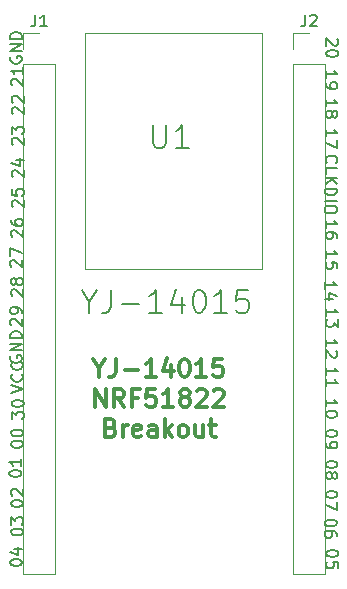
<source format=gto>
G04 #@! TF.FileFunction,Legend,Top*
%FSLAX46Y46*%
G04 Gerber Fmt 4.6, Leading zero omitted, Abs format (unit mm)*
G04 Created by KiCad (PCBNEW 4.0.7-e2-6376~60~ubuntu17.10.1) date Sun Mar  4 19:18:17 2018*
%MOMM*%
%LPD*%
G01*
G04 APERTURE LIST*
%ADD10C,0.100000*%
%ADD11C,0.300000*%
%ADD12C,0.200000*%
%ADD13C,0.120000*%
%ADD14C,0.152400*%
%ADD15C,0.150000*%
G04 APERTURE END LIST*
D10*
D11*
X142248644Y-113428786D02*
X142248644Y-114143071D01*
X141748644Y-112643071D02*
X142248644Y-113428786D01*
X142748644Y-112643071D01*
X143677215Y-112643071D02*
X143677215Y-113714500D01*
X143605787Y-113928786D01*
X143462930Y-114071643D01*
X143248644Y-114143071D01*
X143105787Y-114143071D01*
X144391501Y-113571643D02*
X145534358Y-113571643D01*
X147034358Y-114143071D02*
X146177215Y-114143071D01*
X146605787Y-114143071D02*
X146605787Y-112643071D01*
X146462930Y-112857357D01*
X146320072Y-113000214D01*
X146177215Y-113071643D01*
X148320072Y-113143071D02*
X148320072Y-114143071D01*
X147962929Y-112571643D02*
X147605786Y-113643071D01*
X148534358Y-113643071D01*
X149391500Y-112643071D02*
X149534357Y-112643071D01*
X149677214Y-112714500D01*
X149748643Y-112785929D01*
X149820072Y-112928786D01*
X149891500Y-113214500D01*
X149891500Y-113571643D01*
X149820072Y-113857357D01*
X149748643Y-114000214D01*
X149677214Y-114071643D01*
X149534357Y-114143071D01*
X149391500Y-114143071D01*
X149248643Y-114071643D01*
X149177214Y-114000214D01*
X149105786Y-113857357D01*
X149034357Y-113571643D01*
X149034357Y-113214500D01*
X149105786Y-112928786D01*
X149177214Y-112785929D01*
X149248643Y-112714500D01*
X149391500Y-112643071D01*
X151320071Y-114143071D02*
X150462928Y-114143071D01*
X150891500Y-114143071D02*
X150891500Y-112643071D01*
X150748643Y-112857357D01*
X150605785Y-113000214D01*
X150462928Y-113071643D01*
X152677214Y-112643071D02*
X151962928Y-112643071D01*
X151891499Y-113357357D01*
X151962928Y-113285929D01*
X152105785Y-113214500D01*
X152462928Y-113214500D01*
X152605785Y-113285929D01*
X152677214Y-113357357D01*
X152748642Y-113500214D01*
X152748642Y-113857357D01*
X152677214Y-114000214D01*
X152605785Y-114071643D01*
X152462928Y-114143071D01*
X152105785Y-114143071D01*
X151962928Y-114071643D01*
X151891499Y-114000214D01*
X141927216Y-116693071D02*
X141927216Y-115193071D01*
X142784359Y-116693071D01*
X142784359Y-115193071D01*
X144355788Y-116693071D02*
X143855788Y-115978786D01*
X143498645Y-116693071D02*
X143498645Y-115193071D01*
X144070073Y-115193071D01*
X144212931Y-115264500D01*
X144284359Y-115335929D01*
X144355788Y-115478786D01*
X144355788Y-115693071D01*
X144284359Y-115835929D01*
X144212931Y-115907357D01*
X144070073Y-115978786D01*
X143498645Y-115978786D01*
X145498645Y-115907357D02*
X144998645Y-115907357D01*
X144998645Y-116693071D02*
X144998645Y-115193071D01*
X145712931Y-115193071D01*
X146998645Y-115193071D02*
X146284359Y-115193071D01*
X146212930Y-115907357D01*
X146284359Y-115835929D01*
X146427216Y-115764500D01*
X146784359Y-115764500D01*
X146927216Y-115835929D01*
X146998645Y-115907357D01*
X147070073Y-116050214D01*
X147070073Y-116407357D01*
X146998645Y-116550214D01*
X146927216Y-116621643D01*
X146784359Y-116693071D01*
X146427216Y-116693071D01*
X146284359Y-116621643D01*
X146212930Y-116550214D01*
X148498644Y-116693071D02*
X147641501Y-116693071D01*
X148070073Y-116693071D02*
X148070073Y-115193071D01*
X147927216Y-115407357D01*
X147784358Y-115550214D01*
X147641501Y-115621643D01*
X149355787Y-115835929D02*
X149212929Y-115764500D01*
X149141501Y-115693071D01*
X149070072Y-115550214D01*
X149070072Y-115478786D01*
X149141501Y-115335929D01*
X149212929Y-115264500D01*
X149355787Y-115193071D01*
X149641501Y-115193071D01*
X149784358Y-115264500D01*
X149855787Y-115335929D01*
X149927215Y-115478786D01*
X149927215Y-115550214D01*
X149855787Y-115693071D01*
X149784358Y-115764500D01*
X149641501Y-115835929D01*
X149355787Y-115835929D01*
X149212929Y-115907357D01*
X149141501Y-115978786D01*
X149070072Y-116121643D01*
X149070072Y-116407357D01*
X149141501Y-116550214D01*
X149212929Y-116621643D01*
X149355787Y-116693071D01*
X149641501Y-116693071D01*
X149784358Y-116621643D01*
X149855787Y-116550214D01*
X149927215Y-116407357D01*
X149927215Y-116121643D01*
X149855787Y-115978786D01*
X149784358Y-115907357D01*
X149641501Y-115835929D01*
X150498643Y-115335929D02*
X150570072Y-115264500D01*
X150712929Y-115193071D01*
X151070072Y-115193071D01*
X151212929Y-115264500D01*
X151284358Y-115335929D01*
X151355786Y-115478786D01*
X151355786Y-115621643D01*
X151284358Y-115835929D01*
X150427215Y-116693071D01*
X151355786Y-116693071D01*
X151927214Y-115335929D02*
X151998643Y-115264500D01*
X152141500Y-115193071D01*
X152498643Y-115193071D01*
X152641500Y-115264500D01*
X152712929Y-115335929D01*
X152784357Y-115478786D01*
X152784357Y-115621643D01*
X152712929Y-115835929D01*
X151855786Y-116693071D01*
X152784357Y-116693071D01*
X143248643Y-118457357D02*
X143462929Y-118528786D01*
X143534357Y-118600214D01*
X143605786Y-118743071D01*
X143605786Y-118957357D01*
X143534357Y-119100214D01*
X143462929Y-119171643D01*
X143320071Y-119243071D01*
X142748643Y-119243071D01*
X142748643Y-117743071D01*
X143248643Y-117743071D01*
X143391500Y-117814500D01*
X143462929Y-117885929D01*
X143534357Y-118028786D01*
X143534357Y-118171643D01*
X143462929Y-118314500D01*
X143391500Y-118385929D01*
X143248643Y-118457357D01*
X142748643Y-118457357D01*
X144248643Y-119243071D02*
X144248643Y-118243071D01*
X144248643Y-118528786D02*
X144320071Y-118385929D01*
X144391500Y-118314500D01*
X144534357Y-118243071D01*
X144677214Y-118243071D01*
X145748642Y-119171643D02*
X145605785Y-119243071D01*
X145320071Y-119243071D01*
X145177214Y-119171643D01*
X145105785Y-119028786D01*
X145105785Y-118457357D01*
X145177214Y-118314500D01*
X145320071Y-118243071D01*
X145605785Y-118243071D01*
X145748642Y-118314500D01*
X145820071Y-118457357D01*
X145820071Y-118600214D01*
X145105785Y-118743071D01*
X147105785Y-119243071D02*
X147105785Y-118457357D01*
X147034356Y-118314500D01*
X146891499Y-118243071D01*
X146605785Y-118243071D01*
X146462928Y-118314500D01*
X147105785Y-119171643D02*
X146962928Y-119243071D01*
X146605785Y-119243071D01*
X146462928Y-119171643D01*
X146391499Y-119028786D01*
X146391499Y-118885929D01*
X146462928Y-118743071D01*
X146605785Y-118671643D01*
X146962928Y-118671643D01*
X147105785Y-118600214D01*
X147820071Y-119243071D02*
X147820071Y-117743071D01*
X147962928Y-118671643D02*
X148391499Y-119243071D01*
X148391499Y-118243071D02*
X147820071Y-118814500D01*
X149248643Y-119243071D02*
X149105785Y-119171643D01*
X149034357Y-119100214D01*
X148962928Y-118957357D01*
X148962928Y-118528786D01*
X149034357Y-118385929D01*
X149105785Y-118314500D01*
X149248643Y-118243071D01*
X149462928Y-118243071D01*
X149605785Y-118314500D01*
X149677214Y-118385929D01*
X149748643Y-118528786D01*
X149748643Y-118957357D01*
X149677214Y-119100214D01*
X149605785Y-119171643D01*
X149462928Y-119243071D01*
X149248643Y-119243071D01*
X151034357Y-118243071D02*
X151034357Y-119243071D01*
X150391500Y-118243071D02*
X150391500Y-119028786D01*
X150462928Y-119171643D01*
X150605786Y-119243071D01*
X150820071Y-119243071D01*
X150962928Y-119171643D01*
X151034357Y-119100214D01*
X151534357Y-118243071D02*
X152105786Y-118243071D01*
X151748643Y-117743071D02*
X151748643Y-119028786D01*
X151820071Y-119171643D01*
X151962929Y-119243071D01*
X152105786Y-119243071D01*
D12*
X162472619Y-129079690D02*
X162472619Y-129174929D01*
X162425000Y-129270167D01*
X162377381Y-129317786D01*
X162282143Y-129365405D01*
X162091667Y-129413024D01*
X161853571Y-129413024D01*
X161663095Y-129365405D01*
X161567857Y-129317786D01*
X161520238Y-129270167D01*
X161472619Y-129174929D01*
X161472619Y-129079690D01*
X161520238Y-128984452D01*
X161567857Y-128936833D01*
X161663095Y-128889214D01*
X161853571Y-128841595D01*
X162091667Y-128841595D01*
X162282143Y-128889214D01*
X162377381Y-128936833D01*
X162425000Y-128984452D01*
X162472619Y-129079690D01*
X162472619Y-130317786D02*
X162472619Y-129841595D01*
X161996429Y-129793976D01*
X162044048Y-129841595D01*
X162091667Y-129936833D01*
X162091667Y-130174929D01*
X162044048Y-130270167D01*
X161996429Y-130317786D01*
X161901190Y-130365405D01*
X161663095Y-130365405D01*
X161567857Y-130317786D01*
X161520238Y-130270167D01*
X161472619Y-130174929D01*
X161472619Y-129936833D01*
X161520238Y-129841595D01*
X161567857Y-129793976D01*
X162345619Y-126476190D02*
X162345619Y-126571429D01*
X162298000Y-126666667D01*
X162250381Y-126714286D01*
X162155143Y-126761905D01*
X161964667Y-126809524D01*
X161726571Y-126809524D01*
X161536095Y-126761905D01*
X161440857Y-126714286D01*
X161393238Y-126666667D01*
X161345619Y-126571429D01*
X161345619Y-126476190D01*
X161393238Y-126380952D01*
X161440857Y-126333333D01*
X161536095Y-126285714D01*
X161726571Y-126238095D01*
X161964667Y-126238095D01*
X162155143Y-126285714D01*
X162250381Y-126333333D01*
X162298000Y-126380952D01*
X162345619Y-126476190D01*
X162345619Y-127666667D02*
X162345619Y-127476190D01*
X162298000Y-127380952D01*
X162250381Y-127333333D01*
X162107524Y-127238095D01*
X161917048Y-127190476D01*
X161536095Y-127190476D01*
X161440857Y-127238095D01*
X161393238Y-127285714D01*
X161345619Y-127380952D01*
X161345619Y-127571429D01*
X161393238Y-127666667D01*
X161440857Y-127714286D01*
X161536095Y-127761905D01*
X161774190Y-127761905D01*
X161869429Y-127714286D01*
X161917048Y-127666667D01*
X161964667Y-127571429D01*
X161964667Y-127380952D01*
X161917048Y-127285714D01*
X161869429Y-127238095D01*
X161774190Y-127190476D01*
X162409119Y-124063190D02*
X162409119Y-124158429D01*
X162361500Y-124253667D01*
X162313881Y-124301286D01*
X162218643Y-124348905D01*
X162028167Y-124396524D01*
X161790071Y-124396524D01*
X161599595Y-124348905D01*
X161504357Y-124301286D01*
X161456738Y-124253667D01*
X161409119Y-124158429D01*
X161409119Y-124063190D01*
X161456738Y-123967952D01*
X161504357Y-123920333D01*
X161599595Y-123872714D01*
X161790071Y-123825095D01*
X162028167Y-123825095D01*
X162218643Y-123872714D01*
X162313881Y-123920333D01*
X162361500Y-123967952D01*
X162409119Y-124063190D01*
X162409119Y-124729857D02*
X162409119Y-125396524D01*
X161409119Y-124967952D01*
X162409119Y-121523190D02*
X162409119Y-121618429D01*
X162361500Y-121713667D01*
X162313881Y-121761286D01*
X162218643Y-121808905D01*
X162028167Y-121856524D01*
X161790071Y-121856524D01*
X161599595Y-121808905D01*
X161504357Y-121761286D01*
X161456738Y-121713667D01*
X161409119Y-121618429D01*
X161409119Y-121523190D01*
X161456738Y-121427952D01*
X161504357Y-121380333D01*
X161599595Y-121332714D01*
X161790071Y-121285095D01*
X162028167Y-121285095D01*
X162218643Y-121332714D01*
X162313881Y-121380333D01*
X162361500Y-121427952D01*
X162409119Y-121523190D01*
X161980548Y-122427952D02*
X162028167Y-122332714D01*
X162075786Y-122285095D01*
X162171024Y-122237476D01*
X162218643Y-122237476D01*
X162313881Y-122285095D01*
X162361500Y-122332714D01*
X162409119Y-122427952D01*
X162409119Y-122618429D01*
X162361500Y-122713667D01*
X162313881Y-122761286D01*
X162218643Y-122808905D01*
X162171024Y-122808905D01*
X162075786Y-122761286D01*
X162028167Y-122713667D01*
X161980548Y-122618429D01*
X161980548Y-122427952D01*
X161932929Y-122332714D01*
X161885310Y-122285095D01*
X161790071Y-122237476D01*
X161599595Y-122237476D01*
X161504357Y-122285095D01*
X161456738Y-122332714D01*
X161409119Y-122427952D01*
X161409119Y-122618429D01*
X161456738Y-122713667D01*
X161504357Y-122761286D01*
X161599595Y-122808905D01*
X161790071Y-122808905D01*
X161885310Y-122761286D01*
X161932929Y-122713667D01*
X161980548Y-122618429D01*
X162409119Y-118919690D02*
X162409119Y-119014929D01*
X162361500Y-119110167D01*
X162313881Y-119157786D01*
X162218643Y-119205405D01*
X162028167Y-119253024D01*
X161790071Y-119253024D01*
X161599595Y-119205405D01*
X161504357Y-119157786D01*
X161456738Y-119110167D01*
X161409119Y-119014929D01*
X161409119Y-118919690D01*
X161456738Y-118824452D01*
X161504357Y-118776833D01*
X161599595Y-118729214D01*
X161790071Y-118681595D01*
X162028167Y-118681595D01*
X162218643Y-118729214D01*
X162313881Y-118776833D01*
X162361500Y-118824452D01*
X162409119Y-118919690D01*
X161409119Y-119729214D02*
X161409119Y-119919690D01*
X161456738Y-120014929D01*
X161504357Y-120062548D01*
X161647214Y-120157786D01*
X161837690Y-120205405D01*
X162218643Y-120205405D01*
X162313881Y-120157786D01*
X162361500Y-120110167D01*
X162409119Y-120014929D01*
X162409119Y-119824452D01*
X162361500Y-119729214D01*
X162313881Y-119681595D01*
X162218643Y-119633976D01*
X161980548Y-119633976D01*
X161885310Y-119681595D01*
X161837690Y-119729214D01*
X161790071Y-119824452D01*
X161790071Y-120014929D01*
X161837690Y-120110167D01*
X161885310Y-120157786D01*
X161980548Y-120205405D01*
X161409119Y-116649524D02*
X161409119Y-116078095D01*
X161409119Y-116363809D02*
X162409119Y-116363809D01*
X162266262Y-116268571D01*
X162171024Y-116173333D01*
X162123405Y-116078095D01*
X162409119Y-117268571D02*
X162409119Y-117363810D01*
X162361500Y-117459048D01*
X162313881Y-117506667D01*
X162218643Y-117554286D01*
X162028167Y-117601905D01*
X161790071Y-117601905D01*
X161599595Y-117554286D01*
X161504357Y-117506667D01*
X161456738Y-117459048D01*
X161409119Y-117363810D01*
X161409119Y-117268571D01*
X161456738Y-117173333D01*
X161504357Y-117125714D01*
X161599595Y-117078095D01*
X161790071Y-117030476D01*
X162028167Y-117030476D01*
X162218643Y-117078095D01*
X162313881Y-117125714D01*
X162361500Y-117173333D01*
X162409119Y-117268571D01*
X161472619Y-113982524D02*
X161472619Y-113411095D01*
X161472619Y-113696809D02*
X162472619Y-113696809D01*
X162329762Y-113601571D01*
X162234524Y-113506333D01*
X162186905Y-113411095D01*
X161472619Y-114934905D02*
X161472619Y-114363476D01*
X161472619Y-114649190D02*
X162472619Y-114649190D01*
X162329762Y-114553952D01*
X162234524Y-114458714D01*
X162186905Y-114363476D01*
X161409119Y-111569524D02*
X161409119Y-110998095D01*
X161409119Y-111283809D02*
X162409119Y-111283809D01*
X162266262Y-111188571D01*
X162171024Y-111093333D01*
X162123405Y-110998095D01*
X162313881Y-111950476D02*
X162361500Y-111998095D01*
X162409119Y-112093333D01*
X162409119Y-112331429D01*
X162361500Y-112426667D01*
X162313881Y-112474286D01*
X162218643Y-112521905D01*
X162123405Y-112521905D01*
X161980548Y-112474286D01*
X161409119Y-111902857D01*
X161409119Y-112521905D01*
X161472619Y-108966024D02*
X161472619Y-108394595D01*
X161472619Y-108680309D02*
X162472619Y-108680309D01*
X162329762Y-108585071D01*
X162234524Y-108489833D01*
X162186905Y-108394595D01*
X162472619Y-109299357D02*
X162472619Y-109918405D01*
X162091667Y-109585071D01*
X162091667Y-109727929D01*
X162044048Y-109823167D01*
X161996429Y-109870786D01*
X161901190Y-109918405D01*
X161663095Y-109918405D01*
X161567857Y-109870786D01*
X161520238Y-109823167D01*
X161472619Y-109727929D01*
X161472619Y-109442214D01*
X161520238Y-109346976D01*
X161567857Y-109299357D01*
X161345619Y-106680024D02*
X161345619Y-106108595D01*
X161345619Y-106394309D02*
X162345619Y-106394309D01*
X162202762Y-106299071D01*
X162107524Y-106203833D01*
X162059905Y-106108595D01*
X162012286Y-107537167D02*
X161345619Y-107537167D01*
X162393238Y-107299071D02*
X161678952Y-107060976D01*
X161678952Y-107680024D01*
X161409119Y-104076524D02*
X161409119Y-103505095D01*
X161409119Y-103790809D02*
X162409119Y-103790809D01*
X162266262Y-103695571D01*
X162171024Y-103600333D01*
X162123405Y-103505095D01*
X162409119Y-104981286D02*
X162409119Y-104505095D01*
X161932929Y-104457476D01*
X161980548Y-104505095D01*
X162028167Y-104600333D01*
X162028167Y-104838429D01*
X161980548Y-104933667D01*
X161932929Y-104981286D01*
X161837690Y-105028905D01*
X161599595Y-105028905D01*
X161504357Y-104981286D01*
X161456738Y-104933667D01*
X161409119Y-104838429D01*
X161409119Y-104600333D01*
X161456738Y-104505095D01*
X161504357Y-104457476D01*
X161409119Y-101536524D02*
X161409119Y-100965095D01*
X161409119Y-101250809D02*
X162409119Y-101250809D01*
X162266262Y-101155571D01*
X162171024Y-101060333D01*
X162123405Y-100965095D01*
X162409119Y-102393667D02*
X162409119Y-102203190D01*
X162361500Y-102107952D01*
X162313881Y-102060333D01*
X162171024Y-101965095D01*
X161980548Y-101917476D01*
X161599595Y-101917476D01*
X161504357Y-101965095D01*
X161456738Y-102012714D01*
X161409119Y-102107952D01*
X161409119Y-102298429D01*
X161456738Y-102393667D01*
X161504357Y-102441286D01*
X161599595Y-102488905D01*
X161837690Y-102488905D01*
X161932929Y-102441286D01*
X161980548Y-102393667D01*
X162028167Y-102298429D01*
X162028167Y-102107952D01*
X161980548Y-102012714D01*
X161932929Y-101965095D01*
X161837690Y-101917476D01*
X161345619Y-98226691D02*
X162345619Y-98226691D01*
X162345619Y-98464786D01*
X162298000Y-98607644D01*
X162202762Y-98702882D01*
X162107524Y-98750501D01*
X161917048Y-98798120D01*
X161774190Y-98798120D01*
X161583714Y-98750501D01*
X161488476Y-98702882D01*
X161393238Y-98607644D01*
X161345619Y-98464786D01*
X161345619Y-98226691D01*
X161345619Y-99226691D02*
X162345619Y-99226691D01*
X162345619Y-99893357D02*
X162345619Y-100083834D01*
X162298000Y-100179072D01*
X162202762Y-100274310D01*
X162012286Y-100321929D01*
X161678952Y-100321929D01*
X161488476Y-100274310D01*
X161393238Y-100179072D01*
X161345619Y-100083834D01*
X161345619Y-99893357D01*
X161393238Y-99798119D01*
X161488476Y-99702881D01*
X161678952Y-99655262D01*
X162012286Y-99655262D01*
X162202762Y-99702881D01*
X162298000Y-99798119D01*
X162345619Y-99893357D01*
X161504357Y-96051762D02*
X161456738Y-96004143D01*
X161409119Y-95861286D01*
X161409119Y-95766048D01*
X161456738Y-95623190D01*
X161551976Y-95527952D01*
X161647214Y-95480333D01*
X161837690Y-95432714D01*
X161980548Y-95432714D01*
X162171024Y-95480333D01*
X162266262Y-95527952D01*
X162361500Y-95623190D01*
X162409119Y-95766048D01*
X162409119Y-95861286D01*
X162361500Y-96004143D01*
X162313881Y-96051762D01*
X161409119Y-96956524D02*
X161409119Y-96480333D01*
X162409119Y-96480333D01*
X161409119Y-97289857D02*
X162409119Y-97289857D01*
X161409119Y-97861286D02*
X161980548Y-97432714D01*
X162409119Y-97861286D02*
X161837690Y-97289857D01*
X161409119Y-93789524D02*
X161409119Y-93218095D01*
X161409119Y-93503809D02*
X162409119Y-93503809D01*
X162266262Y-93408571D01*
X162171024Y-93313333D01*
X162123405Y-93218095D01*
X162409119Y-94122857D02*
X162409119Y-94789524D01*
X161409119Y-94360952D01*
X161409119Y-91249524D02*
X161409119Y-90678095D01*
X161409119Y-90963809D02*
X162409119Y-90963809D01*
X162266262Y-90868571D01*
X162171024Y-90773333D01*
X162123405Y-90678095D01*
X161980548Y-91820952D02*
X162028167Y-91725714D01*
X162075786Y-91678095D01*
X162171024Y-91630476D01*
X162218643Y-91630476D01*
X162313881Y-91678095D01*
X162361500Y-91725714D01*
X162409119Y-91820952D01*
X162409119Y-92011429D01*
X162361500Y-92106667D01*
X162313881Y-92154286D01*
X162218643Y-92201905D01*
X162171024Y-92201905D01*
X162075786Y-92154286D01*
X162028167Y-92106667D01*
X161980548Y-92011429D01*
X161980548Y-91820952D01*
X161932929Y-91725714D01*
X161885310Y-91678095D01*
X161790071Y-91630476D01*
X161599595Y-91630476D01*
X161504357Y-91678095D01*
X161456738Y-91725714D01*
X161409119Y-91820952D01*
X161409119Y-92011429D01*
X161456738Y-92106667D01*
X161504357Y-92154286D01*
X161599595Y-92201905D01*
X161790071Y-92201905D01*
X161885310Y-92154286D01*
X161932929Y-92106667D01*
X161980548Y-92011429D01*
X161409119Y-88836524D02*
X161409119Y-88265095D01*
X161409119Y-88550809D02*
X162409119Y-88550809D01*
X162266262Y-88455571D01*
X162171024Y-88360333D01*
X162123405Y-88265095D01*
X161409119Y-89312714D02*
X161409119Y-89503190D01*
X161456738Y-89598429D01*
X161504357Y-89646048D01*
X161647214Y-89741286D01*
X161837690Y-89788905D01*
X162218643Y-89788905D01*
X162313881Y-89741286D01*
X162361500Y-89693667D01*
X162409119Y-89598429D01*
X162409119Y-89407952D01*
X162361500Y-89312714D01*
X162313881Y-89265095D01*
X162218643Y-89217476D01*
X161980548Y-89217476D01*
X161885310Y-89265095D01*
X161837690Y-89312714D01*
X161790071Y-89407952D01*
X161790071Y-89598429D01*
X161837690Y-89693667D01*
X161885310Y-89741286D01*
X161980548Y-89788905D01*
X162377381Y-85534595D02*
X162425000Y-85582214D01*
X162472619Y-85677452D01*
X162472619Y-85915548D01*
X162425000Y-86010786D01*
X162377381Y-86058405D01*
X162282143Y-86106024D01*
X162186905Y-86106024D01*
X162044048Y-86058405D01*
X161472619Y-85486976D01*
X161472619Y-86106024D01*
X162472619Y-86725071D02*
X162472619Y-86820310D01*
X162425000Y-86915548D01*
X162377381Y-86963167D01*
X162282143Y-87010786D01*
X162091667Y-87058405D01*
X161853571Y-87058405D01*
X161663095Y-87010786D01*
X161567857Y-86963167D01*
X161520238Y-86915548D01*
X161472619Y-86820310D01*
X161472619Y-86725071D01*
X161520238Y-86629833D01*
X161567857Y-86582214D01*
X161663095Y-86534595D01*
X161853571Y-86486976D01*
X162091667Y-86486976D01*
X162282143Y-86534595D01*
X162377381Y-86582214D01*
X162425000Y-86629833D01*
X162472619Y-86725071D01*
X134755000Y-87058404D02*
X134707381Y-87153642D01*
X134707381Y-87296499D01*
X134755000Y-87439357D01*
X134850238Y-87534595D01*
X134945476Y-87582214D01*
X135135952Y-87629833D01*
X135278810Y-87629833D01*
X135469286Y-87582214D01*
X135564524Y-87534595D01*
X135659762Y-87439357D01*
X135707381Y-87296499D01*
X135707381Y-87201261D01*
X135659762Y-87058404D01*
X135612143Y-87010785D01*
X135278810Y-87010785D01*
X135278810Y-87201261D01*
X135707381Y-86582214D02*
X134707381Y-86582214D01*
X135707381Y-86010785D01*
X134707381Y-86010785D01*
X135707381Y-85534595D02*
X134707381Y-85534595D01*
X134707381Y-85296500D01*
X134755000Y-85153642D01*
X134850238Y-85058404D01*
X134945476Y-85010785D01*
X135135952Y-84963166D01*
X135278810Y-84963166D01*
X135469286Y-85010785D01*
X135564524Y-85058404D01*
X135659762Y-85153642D01*
X135707381Y-85296500D01*
X135707381Y-85534595D01*
X134707381Y-129936810D02*
X134707381Y-129841571D01*
X134755000Y-129746333D01*
X134802619Y-129698714D01*
X134897857Y-129651095D01*
X135088333Y-129603476D01*
X135326429Y-129603476D01*
X135516905Y-129651095D01*
X135612143Y-129698714D01*
X135659762Y-129746333D01*
X135707381Y-129841571D01*
X135707381Y-129936810D01*
X135659762Y-130032048D01*
X135612143Y-130079667D01*
X135516905Y-130127286D01*
X135326429Y-130174905D01*
X135088333Y-130174905D01*
X134897857Y-130127286D01*
X134802619Y-130079667D01*
X134755000Y-130032048D01*
X134707381Y-129936810D01*
X135040714Y-128746333D02*
X135707381Y-128746333D01*
X134659762Y-128984429D02*
X135374048Y-129222524D01*
X135374048Y-128603476D01*
X134770881Y-127333310D02*
X134770881Y-127238071D01*
X134818500Y-127142833D01*
X134866119Y-127095214D01*
X134961357Y-127047595D01*
X135151833Y-126999976D01*
X135389929Y-126999976D01*
X135580405Y-127047595D01*
X135675643Y-127095214D01*
X135723262Y-127142833D01*
X135770881Y-127238071D01*
X135770881Y-127333310D01*
X135723262Y-127428548D01*
X135675643Y-127476167D01*
X135580405Y-127523786D01*
X135389929Y-127571405D01*
X135151833Y-127571405D01*
X134961357Y-127523786D01*
X134866119Y-127476167D01*
X134818500Y-127428548D01*
X134770881Y-127333310D01*
X134770881Y-126666643D02*
X134770881Y-126047595D01*
X135151833Y-126380929D01*
X135151833Y-126238071D01*
X135199452Y-126142833D01*
X135247071Y-126095214D01*
X135342310Y-126047595D01*
X135580405Y-126047595D01*
X135675643Y-126095214D01*
X135723262Y-126142833D01*
X135770881Y-126238071D01*
X135770881Y-126523786D01*
X135723262Y-126619024D01*
X135675643Y-126666643D01*
X134770881Y-124920310D02*
X134770881Y-124825071D01*
X134818500Y-124729833D01*
X134866119Y-124682214D01*
X134961357Y-124634595D01*
X135151833Y-124586976D01*
X135389929Y-124586976D01*
X135580405Y-124634595D01*
X135675643Y-124682214D01*
X135723262Y-124729833D01*
X135770881Y-124825071D01*
X135770881Y-124920310D01*
X135723262Y-125015548D01*
X135675643Y-125063167D01*
X135580405Y-125110786D01*
X135389929Y-125158405D01*
X135151833Y-125158405D01*
X134961357Y-125110786D01*
X134866119Y-125063167D01*
X134818500Y-125015548D01*
X134770881Y-124920310D01*
X134866119Y-124206024D02*
X134818500Y-124158405D01*
X134770881Y-124063167D01*
X134770881Y-123825071D01*
X134818500Y-123729833D01*
X134866119Y-123682214D01*
X134961357Y-123634595D01*
X135056595Y-123634595D01*
X135199452Y-123682214D01*
X135770881Y-124253643D01*
X135770881Y-123634595D01*
X134643881Y-122380310D02*
X134643881Y-122285071D01*
X134691500Y-122189833D01*
X134739119Y-122142214D01*
X134834357Y-122094595D01*
X135024833Y-122046976D01*
X135262929Y-122046976D01*
X135453405Y-122094595D01*
X135548643Y-122142214D01*
X135596262Y-122189833D01*
X135643881Y-122285071D01*
X135643881Y-122380310D01*
X135596262Y-122475548D01*
X135548643Y-122523167D01*
X135453405Y-122570786D01*
X135262929Y-122618405D01*
X135024833Y-122618405D01*
X134834357Y-122570786D01*
X134739119Y-122523167D01*
X134691500Y-122475548D01*
X134643881Y-122380310D01*
X135643881Y-121094595D02*
X135643881Y-121666024D01*
X135643881Y-121380310D02*
X134643881Y-121380310D01*
X134786738Y-121475548D01*
X134881976Y-121570786D01*
X134929595Y-121666024D01*
X134770881Y-119903810D02*
X134770881Y-119808571D01*
X134818500Y-119713333D01*
X134866119Y-119665714D01*
X134961357Y-119618095D01*
X135151833Y-119570476D01*
X135389929Y-119570476D01*
X135580405Y-119618095D01*
X135675643Y-119665714D01*
X135723262Y-119713333D01*
X135770881Y-119808571D01*
X135770881Y-119903810D01*
X135723262Y-119999048D01*
X135675643Y-120046667D01*
X135580405Y-120094286D01*
X135389929Y-120141905D01*
X135151833Y-120141905D01*
X134961357Y-120094286D01*
X134866119Y-120046667D01*
X134818500Y-119999048D01*
X134770881Y-119903810D01*
X134770881Y-118951429D02*
X134770881Y-118856190D01*
X134818500Y-118760952D01*
X134866119Y-118713333D01*
X134961357Y-118665714D01*
X135151833Y-118618095D01*
X135389929Y-118618095D01*
X135580405Y-118665714D01*
X135675643Y-118713333D01*
X135723262Y-118760952D01*
X135770881Y-118856190D01*
X135770881Y-118951429D01*
X135723262Y-119046667D01*
X135675643Y-119094286D01*
X135580405Y-119141905D01*
X135389929Y-119189524D01*
X135151833Y-119189524D01*
X134961357Y-119141905D01*
X134866119Y-119094286D01*
X134818500Y-119046667D01*
X134770881Y-118951429D01*
X134834381Y-117713024D02*
X134834381Y-117093976D01*
X135215333Y-117427310D01*
X135215333Y-117284452D01*
X135262952Y-117189214D01*
X135310571Y-117141595D01*
X135405810Y-117093976D01*
X135643905Y-117093976D01*
X135739143Y-117141595D01*
X135786762Y-117189214D01*
X135834381Y-117284452D01*
X135834381Y-117570167D01*
X135786762Y-117665405D01*
X135739143Y-117713024D01*
X134834381Y-116474929D02*
X134834381Y-116379690D01*
X134882000Y-116284452D01*
X134929619Y-116236833D01*
X135024857Y-116189214D01*
X135215333Y-116141595D01*
X135453429Y-116141595D01*
X135643905Y-116189214D01*
X135739143Y-116236833D01*
X135786762Y-116284452D01*
X135834381Y-116379690D01*
X135834381Y-116474929D01*
X135786762Y-116570167D01*
X135739143Y-116617786D01*
X135643905Y-116665405D01*
X135453429Y-116713024D01*
X135215333Y-116713024D01*
X135024857Y-116665405D01*
X134929619Y-116617786D01*
X134882000Y-116570167D01*
X134834381Y-116474929D01*
X134770881Y-115506333D02*
X135770881Y-115173000D01*
X134770881Y-114839666D01*
X135675643Y-113934904D02*
X135723262Y-113982523D01*
X135770881Y-114125380D01*
X135770881Y-114220618D01*
X135723262Y-114363476D01*
X135628024Y-114458714D01*
X135532786Y-114506333D01*
X135342310Y-114553952D01*
X135199452Y-114553952D01*
X135008976Y-114506333D01*
X134913738Y-114458714D01*
X134818500Y-114363476D01*
X134770881Y-114220618D01*
X134770881Y-114125380D01*
X134818500Y-113982523D01*
X134866119Y-113934904D01*
X135675643Y-112934904D02*
X135723262Y-112982523D01*
X135770881Y-113125380D01*
X135770881Y-113220618D01*
X135723262Y-113363476D01*
X135628024Y-113458714D01*
X135532786Y-113506333D01*
X135342310Y-113553952D01*
X135199452Y-113553952D01*
X135008976Y-113506333D01*
X134913738Y-113458714D01*
X134818500Y-113363476D01*
X134770881Y-113220618D01*
X134770881Y-113125380D01*
X134818500Y-112982523D01*
X134866119Y-112934904D01*
X134755000Y-112394904D02*
X134707381Y-112490142D01*
X134707381Y-112632999D01*
X134755000Y-112775857D01*
X134850238Y-112871095D01*
X134945476Y-112918714D01*
X135135952Y-112966333D01*
X135278810Y-112966333D01*
X135469286Y-112918714D01*
X135564524Y-112871095D01*
X135659762Y-112775857D01*
X135707381Y-112632999D01*
X135707381Y-112537761D01*
X135659762Y-112394904D01*
X135612143Y-112347285D01*
X135278810Y-112347285D01*
X135278810Y-112537761D01*
X135707381Y-111918714D02*
X134707381Y-111918714D01*
X135707381Y-111347285D01*
X134707381Y-111347285D01*
X135707381Y-110871095D02*
X134707381Y-110871095D01*
X134707381Y-110633000D01*
X134755000Y-110490142D01*
X134850238Y-110394904D01*
X134945476Y-110347285D01*
X135135952Y-110299666D01*
X135278810Y-110299666D01*
X135469286Y-110347285D01*
X135564524Y-110394904D01*
X135659762Y-110490142D01*
X135707381Y-110633000D01*
X135707381Y-110871095D01*
X134802619Y-109791405D02*
X134755000Y-109743786D01*
X134707381Y-109648548D01*
X134707381Y-109410452D01*
X134755000Y-109315214D01*
X134802619Y-109267595D01*
X134897857Y-109219976D01*
X134993095Y-109219976D01*
X135135952Y-109267595D01*
X135707381Y-109839024D01*
X135707381Y-109219976D01*
X135707381Y-108743786D02*
X135707381Y-108553310D01*
X135659762Y-108458071D01*
X135612143Y-108410452D01*
X135469286Y-108315214D01*
X135278810Y-108267595D01*
X134897857Y-108267595D01*
X134802619Y-108315214D01*
X134755000Y-108362833D01*
X134707381Y-108458071D01*
X134707381Y-108648548D01*
X134755000Y-108743786D01*
X134802619Y-108791405D01*
X134897857Y-108839024D01*
X135135952Y-108839024D01*
X135231190Y-108791405D01*
X135278810Y-108743786D01*
X135326429Y-108648548D01*
X135326429Y-108458071D01*
X135278810Y-108362833D01*
X135231190Y-108315214D01*
X135135952Y-108267595D01*
X134866119Y-107314905D02*
X134818500Y-107267286D01*
X134770881Y-107172048D01*
X134770881Y-106933952D01*
X134818500Y-106838714D01*
X134866119Y-106791095D01*
X134961357Y-106743476D01*
X135056595Y-106743476D01*
X135199452Y-106791095D01*
X135770881Y-107362524D01*
X135770881Y-106743476D01*
X135199452Y-106172048D02*
X135151833Y-106267286D01*
X135104214Y-106314905D01*
X135008976Y-106362524D01*
X134961357Y-106362524D01*
X134866119Y-106314905D01*
X134818500Y-106267286D01*
X134770881Y-106172048D01*
X134770881Y-105981571D01*
X134818500Y-105886333D01*
X134866119Y-105838714D01*
X134961357Y-105791095D01*
X135008976Y-105791095D01*
X135104214Y-105838714D01*
X135151833Y-105886333D01*
X135199452Y-105981571D01*
X135199452Y-106172048D01*
X135247071Y-106267286D01*
X135294690Y-106314905D01*
X135389929Y-106362524D01*
X135580405Y-106362524D01*
X135675643Y-106314905D01*
X135723262Y-106267286D01*
X135770881Y-106172048D01*
X135770881Y-105981571D01*
X135723262Y-105886333D01*
X135675643Y-105838714D01*
X135580405Y-105791095D01*
X135389929Y-105791095D01*
X135294690Y-105838714D01*
X135247071Y-105886333D01*
X135199452Y-105981571D01*
X134802619Y-104838405D02*
X134755000Y-104790786D01*
X134707381Y-104695548D01*
X134707381Y-104457452D01*
X134755000Y-104362214D01*
X134802619Y-104314595D01*
X134897857Y-104266976D01*
X134993095Y-104266976D01*
X135135952Y-104314595D01*
X135707381Y-104886024D01*
X135707381Y-104266976D01*
X134707381Y-103933643D02*
X134707381Y-103266976D01*
X135707381Y-103695548D01*
X134866119Y-102298405D02*
X134818500Y-102250786D01*
X134770881Y-102155548D01*
X134770881Y-101917452D01*
X134818500Y-101822214D01*
X134866119Y-101774595D01*
X134961357Y-101726976D01*
X135056595Y-101726976D01*
X135199452Y-101774595D01*
X135770881Y-102346024D01*
X135770881Y-101726976D01*
X134770881Y-100869833D02*
X134770881Y-101060310D01*
X134818500Y-101155548D01*
X134866119Y-101203167D01*
X135008976Y-101298405D01*
X135199452Y-101346024D01*
X135580405Y-101346024D01*
X135675643Y-101298405D01*
X135723262Y-101250786D01*
X135770881Y-101155548D01*
X135770881Y-100965071D01*
X135723262Y-100869833D01*
X135675643Y-100822214D01*
X135580405Y-100774595D01*
X135342310Y-100774595D01*
X135247071Y-100822214D01*
X135199452Y-100869833D01*
X135151833Y-100965071D01*
X135151833Y-101155548D01*
X135199452Y-101250786D01*
X135247071Y-101298405D01*
X135342310Y-101346024D01*
X134929619Y-99758405D02*
X134882000Y-99710786D01*
X134834381Y-99615548D01*
X134834381Y-99377452D01*
X134882000Y-99282214D01*
X134929619Y-99234595D01*
X135024857Y-99186976D01*
X135120095Y-99186976D01*
X135262952Y-99234595D01*
X135834381Y-99806024D01*
X135834381Y-99186976D01*
X134834381Y-98282214D02*
X134834381Y-98758405D01*
X135310571Y-98806024D01*
X135262952Y-98758405D01*
X135215333Y-98663167D01*
X135215333Y-98425071D01*
X135262952Y-98329833D01*
X135310571Y-98282214D01*
X135405810Y-98234595D01*
X135643905Y-98234595D01*
X135739143Y-98282214D01*
X135786762Y-98329833D01*
X135834381Y-98425071D01*
X135834381Y-98663167D01*
X135786762Y-98758405D01*
X135739143Y-98806024D01*
X134929619Y-97218405D02*
X134882000Y-97170786D01*
X134834381Y-97075548D01*
X134834381Y-96837452D01*
X134882000Y-96742214D01*
X134929619Y-96694595D01*
X135024857Y-96646976D01*
X135120095Y-96646976D01*
X135262952Y-96694595D01*
X135834381Y-97266024D01*
X135834381Y-96646976D01*
X135167714Y-95789833D02*
X135834381Y-95789833D01*
X134786762Y-96027929D02*
X135501048Y-96266024D01*
X135501048Y-95646976D01*
X134929619Y-94487905D02*
X134882000Y-94440286D01*
X134834381Y-94345048D01*
X134834381Y-94106952D01*
X134882000Y-94011714D01*
X134929619Y-93964095D01*
X135024857Y-93916476D01*
X135120095Y-93916476D01*
X135262952Y-93964095D01*
X135834381Y-94535524D01*
X135834381Y-93916476D01*
X134834381Y-93583143D02*
X134834381Y-92964095D01*
X135215333Y-93297429D01*
X135215333Y-93154571D01*
X135262952Y-93059333D01*
X135310571Y-93011714D01*
X135405810Y-92964095D01*
X135643905Y-92964095D01*
X135739143Y-93011714D01*
X135786762Y-93059333D01*
X135834381Y-93154571D01*
X135834381Y-93440286D01*
X135786762Y-93535524D01*
X135739143Y-93583143D01*
X134866119Y-89471405D02*
X134818500Y-89423786D01*
X134770881Y-89328548D01*
X134770881Y-89090452D01*
X134818500Y-88995214D01*
X134866119Y-88947595D01*
X134961357Y-88899976D01*
X135056595Y-88899976D01*
X135199452Y-88947595D01*
X135770881Y-89519024D01*
X135770881Y-88899976D01*
X135770881Y-87947595D02*
X135770881Y-88519024D01*
X135770881Y-88233310D02*
X134770881Y-88233310D01*
X134913738Y-88328548D01*
X135008976Y-88423786D01*
X135056595Y-88519024D01*
X134929619Y-91884405D02*
X134882000Y-91836786D01*
X134834381Y-91741548D01*
X134834381Y-91503452D01*
X134882000Y-91408214D01*
X134929619Y-91360595D01*
X135024857Y-91312976D01*
X135120095Y-91312976D01*
X135262952Y-91360595D01*
X135834381Y-91932024D01*
X135834381Y-91312976D01*
X134929619Y-90932024D02*
X134882000Y-90884405D01*
X134834381Y-90789167D01*
X134834381Y-90551071D01*
X134882000Y-90455833D01*
X134929619Y-90408214D01*
X135024857Y-90360595D01*
X135120095Y-90360595D01*
X135262952Y-90408214D01*
X135834381Y-90979643D01*
X135834381Y-90360595D01*
D10*
X141003020Y-105003600D02*
X155999180Y-105003600D01*
X155999180Y-105003600D02*
X155999180Y-85003640D01*
X155999180Y-85003640D02*
X141003020Y-85003640D01*
X141003020Y-85003640D02*
X141003020Y-105003600D01*
D13*
X135830000Y-130870000D02*
X138490000Y-130870000D01*
X135830000Y-87630000D02*
X135830000Y-130870000D01*
X138490000Y-87630000D02*
X138490000Y-130870000D01*
X135830000Y-87630000D02*
X138490000Y-87630000D01*
X135830000Y-86360000D02*
X135830000Y-85030000D01*
X135830000Y-85030000D02*
X137160000Y-85030000D01*
X158690000Y-130870000D02*
X161350000Y-130870000D01*
X158690000Y-87630000D02*
X158690000Y-130870000D01*
X161350000Y-87630000D02*
X161350000Y-130870000D01*
X158690000Y-87630000D02*
X161350000Y-87630000D01*
X158690000Y-86360000D02*
X158690000Y-85030000D01*
X158690000Y-85030000D02*
X160020000Y-85030000D01*
D14*
X146776319Y-92821276D02*
X146776319Y-94383981D01*
X146868243Y-94567829D01*
X146960167Y-94659752D01*
X147144014Y-94751676D01*
X147511710Y-94751676D01*
X147695557Y-94659752D01*
X147787481Y-94567829D01*
X147879405Y-94383981D01*
X147879405Y-92821276D01*
X149809805Y-94751676D02*
X148706719Y-94751676D01*
X149258262Y-94751676D02*
X149258262Y-92821276D01*
X149074414Y-93097048D01*
X148890567Y-93280895D01*
X148706719Y-93372819D01*
X141415710Y-107802438D02*
X141415710Y-108721676D01*
X140772244Y-106791276D02*
X141415710Y-107802438D01*
X142059177Y-106791276D01*
X143254187Y-106791276D02*
X143254187Y-108170133D01*
X143162263Y-108445905D01*
X142978415Y-108629752D01*
X142702644Y-108721676D01*
X142518796Y-108721676D01*
X144173425Y-107986286D02*
X145644206Y-107986286D01*
X147574606Y-108721676D02*
X146471520Y-108721676D01*
X147023063Y-108721676D02*
X147023063Y-106791276D01*
X146839215Y-107067048D01*
X146655368Y-107250895D01*
X146471520Y-107342819D01*
X149229234Y-107434743D02*
X149229234Y-108721676D01*
X148769615Y-106699352D02*
X148309996Y-108078210D01*
X149505006Y-108078210D01*
X150608091Y-106791276D02*
X150791939Y-106791276D01*
X150975787Y-106883200D01*
X151067710Y-106975124D01*
X151159634Y-107158971D01*
X151251558Y-107526667D01*
X151251558Y-107986286D01*
X151159634Y-108353981D01*
X151067710Y-108537829D01*
X150975787Y-108629752D01*
X150791939Y-108721676D01*
X150608091Y-108721676D01*
X150424244Y-108629752D01*
X150332320Y-108537829D01*
X150240396Y-108353981D01*
X150148472Y-107986286D01*
X150148472Y-107526667D01*
X150240396Y-107158971D01*
X150332320Y-106975124D01*
X150424244Y-106883200D01*
X150608091Y-106791276D01*
X153090034Y-108721676D02*
X151986948Y-108721676D01*
X152538491Y-108721676D02*
X152538491Y-106791276D01*
X152354643Y-107067048D01*
X152170796Y-107250895D01*
X151986948Y-107342819D01*
X154836586Y-106791276D02*
X153917348Y-106791276D01*
X153825424Y-107710514D01*
X153917348Y-107618590D01*
X154101196Y-107526667D01*
X154560815Y-107526667D01*
X154744662Y-107618590D01*
X154836586Y-107710514D01*
X154928510Y-107894362D01*
X154928510Y-108353981D01*
X154836586Y-108537829D01*
X154744662Y-108629752D01*
X154560815Y-108721676D01*
X154101196Y-108721676D01*
X153917348Y-108629752D01*
X153825424Y-108537829D01*
D15*
X136826667Y-83482381D02*
X136826667Y-84196667D01*
X136779047Y-84339524D01*
X136683809Y-84434762D01*
X136540952Y-84482381D01*
X136445714Y-84482381D01*
X137826667Y-84482381D02*
X137255238Y-84482381D01*
X137540952Y-84482381D02*
X137540952Y-83482381D01*
X137445714Y-83625238D01*
X137350476Y-83720476D01*
X137255238Y-83768095D01*
X159686667Y-83482381D02*
X159686667Y-84196667D01*
X159639047Y-84339524D01*
X159543809Y-84434762D01*
X159400952Y-84482381D01*
X159305714Y-84482381D01*
X160115238Y-83577619D02*
X160162857Y-83530000D01*
X160258095Y-83482381D01*
X160496191Y-83482381D01*
X160591429Y-83530000D01*
X160639048Y-83577619D01*
X160686667Y-83672857D01*
X160686667Y-83768095D01*
X160639048Y-83910952D01*
X160067619Y-84482381D01*
X160686667Y-84482381D01*
M02*

</source>
